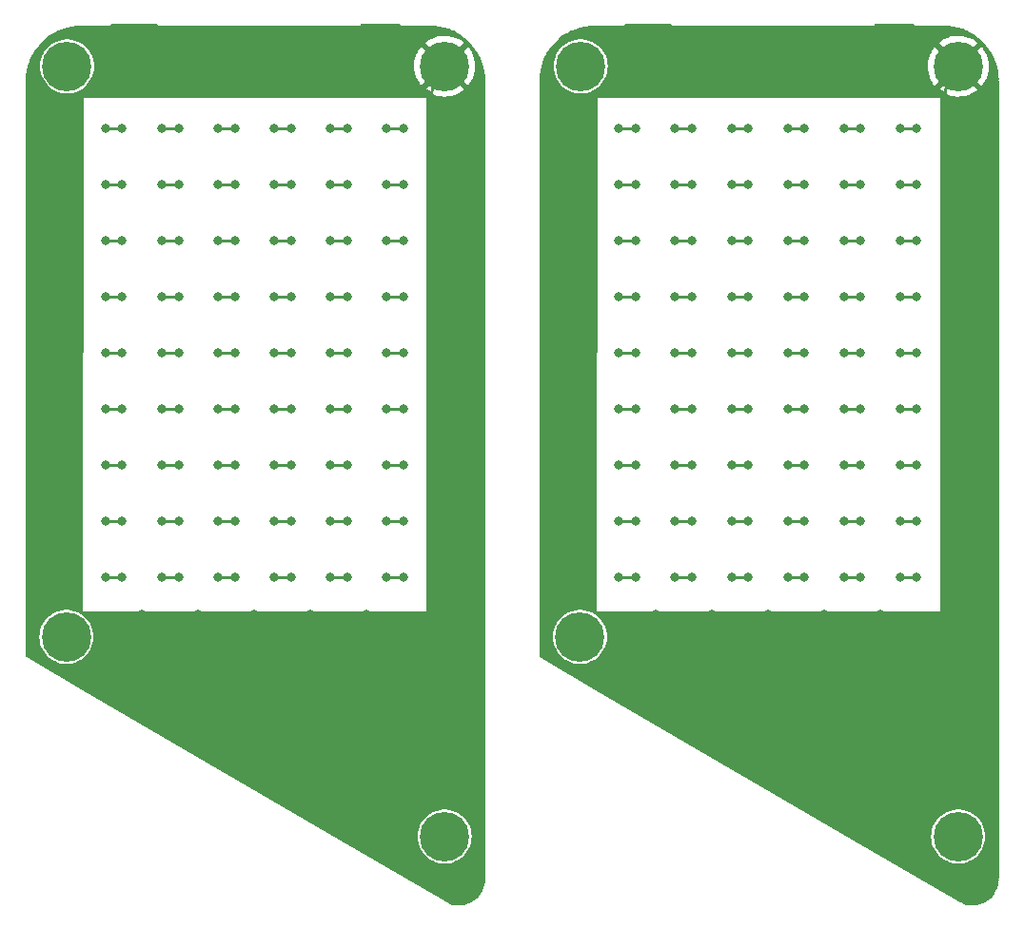
<source format=gtl>
%TF.GenerationSoftware,KiCad,Pcbnew,(6.0.5-0)*%
%TF.CreationDate,2022-06-25T23:29:46+09:00*%
%TF.ProjectId,MTCH6102_breakout,4d544348-3631-4303-925f-627265616b6f,rev?*%
%TF.SameCoordinates,Original*%
%TF.FileFunction,Copper,L1,Top*%
%TF.FilePolarity,Positive*%
%FSLAX46Y46*%
G04 Gerber Fmt 4.6, Leading zero omitted, Abs format (unit mm)*
G04 Created by KiCad (PCBNEW (6.0.5-0)) date 2022-06-25 23:29:46*
%MOMM*%
%LPD*%
G01*
G04 APERTURE LIST*
%TA.AperFunction,ComponentPad*%
%ADD10C,0.700000*%
%TD*%
%TA.AperFunction,ComponentPad*%
%ADD11C,4.400000*%
%TD*%
%TA.AperFunction,ViaPad*%
%ADD12C,0.800000*%
%TD*%
%TA.AperFunction,ViaPad*%
%ADD13C,0.600000*%
%TD*%
%TA.AperFunction,Conductor*%
%ADD14C,0.250000*%
%TD*%
G04 APERTURE END LIST*
D10*
X189738624Y-97254172D03*
X186921898Y-98420898D03*
X187405172Y-97254172D03*
X187405172Y-99587624D03*
D11*
X188571898Y-98420898D03*
D10*
X188571898Y-96770898D03*
X188571898Y-100070898D03*
X190221898Y-98420898D03*
X189738624Y-99587624D03*
X153750172Y-150387624D03*
X154916898Y-147570898D03*
X153266898Y-149220898D03*
X153750172Y-148054172D03*
X156083624Y-148054172D03*
X156566898Y-149220898D03*
X154916898Y-150870898D03*
D11*
X154916898Y-149220898D03*
D10*
X156083624Y-150387624D03*
X187405172Y-168167624D03*
X188571898Y-168650898D03*
X186921898Y-167000898D03*
X189738624Y-168167624D03*
X188571898Y-165350898D03*
D11*
X188571898Y-167000898D03*
D10*
X190221898Y-167000898D03*
X189738624Y-165834172D03*
X187405172Y-165834172D03*
X156147124Y-97254172D03*
X153813672Y-97254172D03*
X153330398Y-98420898D03*
X156630398Y-98420898D03*
X153813672Y-99587624D03*
X154980398Y-96770898D03*
D11*
X154980398Y-98420898D03*
D10*
X154980398Y-100070898D03*
X156147124Y-99587624D03*
X110457124Y-97254172D03*
X108123672Y-97254172D03*
X107640398Y-98420898D03*
X110940398Y-98420898D03*
X108123672Y-99587624D03*
X109290398Y-96770898D03*
D11*
X109290398Y-98420898D03*
D10*
X109290398Y-100070898D03*
X110457124Y-99587624D03*
X141715172Y-168167624D03*
X142881898Y-168650898D03*
X141231898Y-167000898D03*
X144048624Y-168167624D03*
X142881898Y-165350898D03*
D11*
X142881898Y-167000898D03*
D10*
X144531898Y-167000898D03*
X144048624Y-165834172D03*
X141715172Y-165834172D03*
X108060172Y-150387624D03*
X109226898Y-147570898D03*
X107576898Y-149220898D03*
X108060172Y-148054172D03*
X110393624Y-148054172D03*
X110876898Y-149220898D03*
X109226898Y-150870898D03*
D11*
X109226898Y-149220898D03*
D10*
X110393624Y-150387624D03*
X144048624Y-97254172D03*
X141231898Y-98420898D03*
X141715172Y-97254172D03*
X141715172Y-99587624D03*
D11*
X142881898Y-98420898D03*
D10*
X142881898Y-96770898D03*
X142881898Y-100070898D03*
X144531898Y-98420898D03*
X144048624Y-99587624D03*
D12*
X171650000Y-147215000D03*
X166650000Y-147215000D03*
X161650000Y-147215000D03*
X183387898Y-103952898D03*
X168387898Y-103952898D03*
X159887898Y-103952898D03*
X178387898Y-103952898D03*
X179887898Y-103952898D03*
X169887898Y-103952898D03*
X164887898Y-103952898D03*
X163387898Y-103952898D03*
X174887898Y-143952898D03*
X159887898Y-143952898D03*
X158387898Y-143952898D03*
X168387898Y-143952898D03*
X179887898Y-143952898D03*
X184887898Y-103952898D03*
X158387898Y-103952898D03*
X174887898Y-103952898D03*
X173387898Y-103952898D03*
X178387898Y-133952898D03*
X158387898Y-133952898D03*
X169887898Y-133952898D03*
X163387898Y-133952898D03*
X178387898Y-138952898D03*
X159887898Y-138952898D03*
X183387898Y-138952898D03*
X168387898Y-138952898D03*
X184887898Y-138952898D03*
X173387898Y-138952898D03*
X169887898Y-138952898D03*
X158387898Y-138952898D03*
X164887898Y-138952898D03*
X179887898Y-138952898D03*
X163387898Y-138952898D03*
X174887898Y-138952898D03*
X178387898Y-143952898D03*
X184887898Y-143952898D03*
X169887898Y-143952898D03*
X183387898Y-143952898D03*
X159887898Y-133952898D03*
X183387898Y-133952898D03*
X164887898Y-133952898D03*
X173387898Y-133952898D03*
X168387898Y-133952898D03*
X179887898Y-133952898D03*
X163387898Y-143952898D03*
X164887898Y-143952898D03*
X173387898Y-143952898D03*
X183387898Y-113952898D03*
X163387898Y-113952898D03*
X168387898Y-108952898D03*
X179887898Y-108952898D03*
X183387898Y-108952898D03*
X174887898Y-108952898D03*
X169887898Y-108952898D03*
X159887898Y-108952898D03*
X179887898Y-113952898D03*
X184887898Y-108952898D03*
X173387898Y-108952898D03*
X158387898Y-108952898D03*
X163387898Y-108952898D03*
X178387898Y-108952898D03*
X164887898Y-108952898D03*
X155864398Y-116452898D03*
X155864398Y-141452898D03*
X155864398Y-126452898D03*
X187387898Y-126452898D03*
X155864398Y-136452898D03*
X166664398Y-100452898D03*
X155864398Y-111452898D03*
X184887898Y-113952898D03*
X178387898Y-113952898D03*
X169887898Y-113952898D03*
X161664398Y-100452898D03*
X187387898Y-131452898D03*
X176664398Y-100452898D03*
D13*
X184287898Y-161302898D03*
D12*
X171664398Y-100452898D03*
X173387898Y-113952898D03*
X159887898Y-113952898D03*
X164887898Y-113952898D03*
X168387898Y-113952898D03*
X174887898Y-113952898D03*
X158387898Y-113952898D03*
X187387898Y-141452898D03*
X187387898Y-106452898D03*
X187387898Y-111452898D03*
X155864398Y-121452898D03*
X181664398Y-100452898D03*
X187387898Y-116452898D03*
X187387898Y-136452898D03*
X155864398Y-131452898D03*
X155864398Y-106452898D03*
X187387898Y-121452898D03*
X187400000Y-147215000D03*
X176650000Y-147215000D03*
X181650000Y-147215000D03*
X178387898Y-118952898D03*
X174887898Y-118952898D03*
X173387898Y-118952898D03*
X184887898Y-118952898D03*
X158387898Y-118952898D03*
X183387898Y-118952898D03*
X169887898Y-118952898D03*
X164887898Y-118952898D03*
X159887898Y-118952898D03*
X179887898Y-118952898D03*
X163387898Y-118952898D03*
X168387898Y-118952898D03*
X174887898Y-133952898D03*
X184887898Y-133952898D03*
X168387898Y-128952898D03*
X159887898Y-128952898D03*
X174887898Y-128952898D03*
X163387898Y-128952898D03*
X169887898Y-128952898D03*
X164887898Y-128952898D03*
X178387898Y-128952898D03*
X158387898Y-128952898D03*
X173387898Y-128952898D03*
X183387898Y-128952898D03*
X184887898Y-128952898D03*
X179887898Y-128952898D03*
X168387898Y-123952898D03*
X169887898Y-123952898D03*
X178387898Y-123952898D03*
X164887898Y-123952898D03*
X163387898Y-123952898D03*
X159887898Y-123952898D03*
X174887898Y-123952898D03*
X173387898Y-123952898D03*
X183387898Y-123952898D03*
X184887898Y-123952898D03*
X158387898Y-123952898D03*
X179887898Y-123952898D03*
D13*
X179987898Y-161302898D03*
D12*
X115960000Y-147215000D03*
X120960000Y-147215000D03*
X125960000Y-147215000D03*
X130960000Y-147215000D03*
X135960000Y-147215000D03*
X141710000Y-147215000D03*
D13*
X134297898Y-161302898D03*
D12*
X122697898Y-118952898D03*
X117697898Y-118952898D03*
X114197898Y-118952898D03*
X134197898Y-118952898D03*
X119197898Y-118952898D03*
X124197898Y-118952898D03*
X137697898Y-118952898D03*
X112697898Y-118952898D03*
X139197898Y-118952898D03*
X127697898Y-118952898D03*
X129197898Y-118952898D03*
X132697898Y-118952898D03*
X139197898Y-123952898D03*
X112697898Y-123952898D03*
X134197898Y-123952898D03*
X137697898Y-123952898D03*
X127697898Y-123952898D03*
X129197898Y-123952898D03*
X114197898Y-123952898D03*
X117697898Y-123952898D03*
X119197898Y-123952898D03*
X132697898Y-123952898D03*
X124197898Y-123952898D03*
X122697898Y-123952898D03*
X134197898Y-128952898D03*
X139197898Y-128952898D03*
X137697898Y-128952898D03*
X127697898Y-128952898D03*
X112697898Y-128952898D03*
X132697898Y-128952898D03*
X119197898Y-128952898D03*
X124197898Y-128952898D03*
X117697898Y-128952898D03*
X129197898Y-128952898D03*
X114197898Y-128952898D03*
X122697898Y-128952898D03*
X139197898Y-133952898D03*
X129197898Y-133952898D03*
X114197898Y-133952898D03*
X137697898Y-133952898D03*
X119197898Y-133952898D03*
X127697898Y-133952898D03*
X122697898Y-133952898D03*
X134197898Y-133952898D03*
X132697898Y-133952898D03*
X112697898Y-133952898D03*
X124197898Y-133952898D03*
X117697898Y-133952898D03*
X132697898Y-138952898D03*
X114197898Y-138952898D03*
X137697898Y-138952898D03*
X122697898Y-138952898D03*
X139197898Y-138952898D03*
X127697898Y-138952898D03*
X124197898Y-138952898D03*
X112697898Y-138952898D03*
X119197898Y-138952898D03*
X134197898Y-138952898D03*
X117697898Y-138952898D03*
X129197898Y-138952898D03*
X132697898Y-143952898D03*
X139197898Y-143952898D03*
X124197898Y-143952898D03*
X137697898Y-143952898D03*
X117697898Y-143952898D03*
X119197898Y-143952898D03*
X127697898Y-143952898D03*
X112697898Y-143952898D03*
X122697898Y-143952898D03*
X129197898Y-143952898D03*
X114197898Y-143952898D03*
X134197898Y-143952898D03*
X139197898Y-103952898D03*
X137697898Y-103952898D03*
X122697898Y-103952898D03*
X114197898Y-103952898D03*
X132697898Y-103952898D03*
X134197898Y-103952898D03*
X124197898Y-103952898D03*
X119197898Y-103952898D03*
X117697898Y-103952898D03*
X112697898Y-103952898D03*
X129197898Y-103952898D03*
X127697898Y-103952898D03*
X119197898Y-108952898D03*
X132697898Y-108952898D03*
X117697898Y-108952898D03*
X112697898Y-108952898D03*
X139197898Y-108952898D03*
X114197898Y-108952898D03*
X124197898Y-108952898D03*
X129197898Y-108952898D03*
X137697898Y-108952898D03*
X134197898Y-108952898D03*
X127697898Y-108952898D03*
X122697898Y-108952898D03*
X117697898Y-113952898D03*
X137697898Y-113952898D03*
X134197898Y-113952898D03*
X119197898Y-113952898D03*
X122697898Y-113952898D03*
X127697898Y-113952898D03*
X114197898Y-113952898D03*
X129197898Y-113952898D03*
X112697898Y-113952898D03*
X139197898Y-113952898D03*
X132697898Y-113952898D03*
X124197898Y-113952898D03*
X115974398Y-100452898D03*
X141697898Y-131452898D03*
X130974398Y-100452898D03*
D13*
X138597898Y-161302898D03*
D12*
X125974398Y-100452898D03*
X141697898Y-141452898D03*
X141697898Y-111452898D03*
X141697898Y-106452898D03*
X110174398Y-121452898D03*
X141697898Y-116452898D03*
X135974398Y-100452898D03*
X141697898Y-136452898D03*
X110174398Y-131452898D03*
X141697898Y-121452898D03*
X110174398Y-106452898D03*
X110174398Y-136452898D03*
X141697898Y-126452898D03*
X120974398Y-100452898D03*
X110174398Y-111452898D03*
X110174398Y-116452898D03*
X110174398Y-141452898D03*
X110174398Y-126452898D03*
D14*
X110174398Y-141452898D02*
X110174398Y-106452898D01*
X155864398Y-141452898D02*
X155864398Y-106452898D01*
X157787900Y-149302901D02*
G75*
G02*
X159875799Y-147215000I2087900J1D01*
G01*
X159875799Y-147215000D02*
X161650000Y-147215000D01*
X187400000Y-146132114D02*
X187400000Y-147215000D01*
X187399995Y-146132114D02*
G75*
G03*
X187387898Y-146102898I-41295J14D01*
G01*
X183387898Y-113952898D02*
X184887898Y-113952898D01*
X168387898Y-113952898D02*
X169887898Y-113952898D01*
X163387898Y-113952898D02*
X164887898Y-113952898D01*
X178387898Y-113952898D02*
X179887898Y-113952898D01*
X158387898Y-113952898D02*
X159887898Y-113952898D01*
X173387898Y-113952898D02*
X174887898Y-113952898D01*
X187387898Y-141452898D02*
X187387898Y-146102898D01*
X155864398Y-145426398D02*
X155864398Y-141452898D01*
X187036287Y-99956509D02*
X188571898Y-98420898D01*
X154987898Y-95502898D02*
X155037898Y-95502898D01*
X159887898Y-100452898D02*
X161664398Y-100452898D01*
X155864398Y-106452898D02*
X155864398Y-102179398D01*
X181664398Y-100452898D02*
X182587898Y-100452898D01*
X187387898Y-101452898D02*
X187387898Y-101279326D01*
X187387898Y-101452898D02*
X187387898Y-101252898D01*
X157837898Y-98302898D02*
X157837898Y-98402898D01*
X186587898Y-100452898D02*
X185837898Y-100452898D01*
X185837898Y-100452898D02*
X182587898Y-100452898D01*
X187387898Y-101452898D02*
X187387898Y-141452898D01*
X181664398Y-100452898D02*
X161664398Y-100452898D01*
X152137898Y-149352898D02*
X152137898Y-149152894D01*
X157837902Y-98302898D02*
G75*
G03*
X155037898Y-95502898I-2800002J-2D01*
G01*
X152137902Y-149352898D02*
G75*
G03*
X154937898Y-152152898I2799998J-2D01*
G01*
X155864398Y-145426398D02*
G75*
G02*
X154887898Y-146402898I-976498J-2D01*
G01*
X186587898Y-100452902D02*
G75*
G02*
X187387898Y-101252898I2J-799998D01*
G01*
X154887898Y-146402898D02*
G75*
G03*
X152137898Y-149152894I2J-2750002D01*
G01*
X159887898Y-100452902D02*
G75*
G02*
X157837898Y-98402898I2J2050002D01*
G01*
X154987898Y-101302902D02*
G75*
G02*
X155864398Y-102179398I2J-876498D01*
G01*
X187036292Y-99956514D02*
G75*
G02*
X185837898Y-100452898I-1198392J1198414D01*
G01*
X154987898Y-95502898D02*
G75*
G03*
X152087898Y-98402898I2J-2900002D01*
G01*
X152087902Y-98402898D02*
G75*
G03*
X154987898Y-101302898I2899998J-2D01*
G01*
X188571890Y-98420890D02*
G75*
G03*
X187387898Y-101279326I2858410J-2858410D01*
G01*
X154937898Y-152152898D02*
G75*
G03*
X157787898Y-149302901I2J2849998D01*
G01*
X178387898Y-133952898D02*
X179887898Y-133952898D01*
X173387898Y-133952898D02*
X174887898Y-133952898D01*
X163387898Y-133952898D02*
X164887898Y-133952898D01*
X183387898Y-133952898D02*
X184887898Y-133952898D01*
X158387898Y-133952898D02*
X159887898Y-133952898D01*
X168387898Y-133952898D02*
X169887898Y-133952898D01*
X173387898Y-128952898D02*
X174887898Y-128952898D01*
X183387898Y-128952898D02*
X184887898Y-128952898D01*
X178387898Y-128952898D02*
X179887898Y-128952898D01*
X168387898Y-128952898D02*
X169887898Y-128952898D01*
X158387898Y-128952898D02*
X159887898Y-128952898D01*
X163387898Y-128952898D02*
X164887898Y-128952898D01*
X178387898Y-123952898D02*
X179887898Y-123952898D01*
X168387898Y-123952898D02*
X169887898Y-123952898D01*
X173387898Y-123952898D02*
X174887898Y-123952898D01*
X163387898Y-123952898D02*
X164887898Y-123952898D01*
X158387898Y-123952898D02*
X159887898Y-123952898D01*
X183387898Y-123952898D02*
X184887898Y-123952898D01*
X178387898Y-118952898D02*
X179887898Y-118952898D01*
X173387898Y-118952898D02*
X174887898Y-118952898D01*
X163387898Y-118952898D02*
X164887898Y-118952898D01*
X158387898Y-118952898D02*
X159887898Y-118952898D01*
X168387898Y-118952898D02*
X169887898Y-118952898D01*
X183387898Y-118952898D02*
X184887898Y-118952898D01*
X163387898Y-108952898D02*
X164887898Y-108952898D01*
X161650000Y-147215000D02*
X187400000Y-147215000D01*
X178387898Y-138952898D02*
X179887898Y-138952898D01*
X163387898Y-138952898D02*
X164887898Y-138952898D01*
X183387898Y-138952898D02*
X184887898Y-138952898D01*
X168387898Y-138952898D02*
X169887898Y-138952898D01*
X173387898Y-138952898D02*
X174887898Y-138952898D01*
X158387898Y-138952898D02*
X159887898Y-138952898D01*
X173387898Y-143952898D02*
X174887898Y-143952898D01*
X183387898Y-143952898D02*
X184887898Y-143952898D01*
X163387898Y-143952898D02*
X164887898Y-143952898D01*
X178387898Y-143952898D02*
X179887898Y-143952898D01*
X168387898Y-143952898D02*
X169887898Y-143952898D01*
X158387898Y-143952898D02*
X159887898Y-143952898D01*
X163387898Y-103952898D02*
X164887898Y-103952898D01*
X158387898Y-103952898D02*
X159887898Y-103952898D01*
X183387898Y-103952898D02*
X184887898Y-103952898D01*
X178387898Y-103952898D02*
X179887898Y-103952898D01*
X173387898Y-103952898D02*
X174887898Y-103952898D01*
X168387898Y-103952898D02*
X169887898Y-103952898D01*
X158387898Y-108952898D02*
X159887898Y-108952898D01*
X173387898Y-108952898D02*
X174887898Y-108952898D01*
X183387898Y-108952898D02*
X184887898Y-108952898D01*
X168387898Y-108952898D02*
X169887898Y-108952898D01*
X178387898Y-108952898D02*
X179887898Y-108952898D01*
X115960000Y-147215000D02*
X141710000Y-147215000D01*
X114185799Y-147214998D02*
G75*
G03*
X112097898Y-149302901I1J-2087902D01*
G01*
X114185799Y-147215000D02*
X115960000Y-147215000D01*
X141709995Y-146132114D02*
G75*
G03*
X141697898Y-146102898I-41295J14D01*
G01*
X141710000Y-146132114D02*
X141710000Y-147215000D01*
X137697898Y-118952898D02*
X139197898Y-118952898D01*
X122697898Y-118952898D02*
X124197898Y-118952898D01*
X112697898Y-118952898D02*
X114197898Y-118952898D01*
X117697898Y-118952898D02*
X119197898Y-118952898D01*
X127697898Y-118952898D02*
X129197898Y-118952898D01*
X132697898Y-118952898D02*
X134197898Y-118952898D01*
X137697898Y-123952898D02*
X139197898Y-123952898D01*
X112697898Y-123952898D02*
X114197898Y-123952898D01*
X117697898Y-123952898D02*
X119197898Y-123952898D01*
X127697898Y-123952898D02*
X129197898Y-123952898D01*
X122697898Y-123952898D02*
X124197898Y-123952898D01*
X132697898Y-123952898D02*
X134197898Y-123952898D01*
X117697898Y-128952898D02*
X119197898Y-128952898D01*
X112697898Y-128952898D02*
X114197898Y-128952898D01*
X122697898Y-128952898D02*
X124197898Y-128952898D01*
X132697898Y-128952898D02*
X134197898Y-128952898D01*
X137697898Y-128952898D02*
X139197898Y-128952898D01*
X127697898Y-128952898D02*
X129197898Y-128952898D01*
X122697898Y-133952898D02*
X124197898Y-133952898D01*
X112697898Y-133952898D02*
X114197898Y-133952898D01*
X137697898Y-133952898D02*
X139197898Y-133952898D01*
X117697898Y-133952898D02*
X119197898Y-133952898D01*
X127697898Y-133952898D02*
X129197898Y-133952898D01*
X132697898Y-133952898D02*
X134197898Y-133952898D01*
X132697898Y-138952898D02*
X134197898Y-138952898D01*
X117697898Y-138952898D02*
X119197898Y-138952898D01*
X127697898Y-138952898D02*
X129197898Y-138952898D01*
X137697898Y-138952898D02*
X139197898Y-138952898D01*
X122697898Y-138952898D02*
X124197898Y-138952898D01*
X112697898Y-138952898D02*
X114197898Y-138952898D01*
X127697898Y-143952898D02*
X129197898Y-143952898D01*
X132697898Y-143952898D02*
X134197898Y-143952898D01*
X137697898Y-143952898D02*
X139197898Y-143952898D01*
X117697898Y-143952898D02*
X119197898Y-143952898D01*
X112697898Y-143952898D02*
X114197898Y-143952898D01*
X122697898Y-143952898D02*
X124197898Y-143952898D01*
X132697898Y-103952898D02*
X134197898Y-103952898D01*
X137697898Y-103952898D02*
X139197898Y-103952898D01*
X117697898Y-103952898D02*
X119197898Y-103952898D01*
X112697898Y-103952898D02*
X114197898Y-103952898D01*
X122697898Y-103952898D02*
X124197898Y-103952898D01*
X127697898Y-103952898D02*
X129197898Y-103952898D01*
X132697898Y-108952898D02*
X134197898Y-108952898D01*
X112697898Y-108952898D02*
X114197898Y-108952898D01*
X127697898Y-108952898D02*
X129197898Y-108952898D01*
X122697898Y-108952898D02*
X124197898Y-108952898D01*
X137697898Y-108952898D02*
X139197898Y-108952898D01*
X117697898Y-108952898D02*
X119197898Y-108952898D01*
X127697898Y-113952898D02*
X129197898Y-113952898D01*
X132697898Y-113952898D02*
X134197898Y-113952898D01*
X112697898Y-113952898D02*
X114197898Y-113952898D01*
X117697898Y-113952898D02*
X119197898Y-113952898D01*
X137697898Y-113952898D02*
X139197898Y-113952898D01*
X122697898Y-113952898D02*
X124197898Y-113952898D01*
X141697898Y-141452898D02*
X141697898Y-146102898D01*
X110174398Y-145426398D02*
X110174398Y-141452898D01*
X141346287Y-99956509D02*
X142881898Y-98420898D01*
X109297898Y-95502898D02*
X109347898Y-95502898D01*
X114197898Y-100452898D02*
X115974398Y-100452898D01*
X110174398Y-106452898D02*
X110174398Y-102179398D01*
X135974398Y-100452898D02*
X136897898Y-100452898D01*
X141697898Y-101452898D02*
X141697898Y-101279326D01*
X141697898Y-101452898D02*
X141697898Y-101252898D01*
X112147898Y-98302898D02*
X112147898Y-98402898D01*
X140897898Y-100452898D02*
X140147898Y-100452898D01*
X140147898Y-100452898D02*
X136897898Y-100452898D01*
X141697898Y-101452898D02*
X141697898Y-141452898D01*
X135974398Y-100452898D02*
X115974398Y-100452898D01*
X112097898Y-149252898D02*
X112097898Y-149302901D01*
X106447898Y-149352898D02*
X106447898Y-149152894D01*
X112147902Y-98302898D02*
G75*
G03*
X109347898Y-95502898I-2800002J-2D01*
G01*
X106447902Y-149352898D02*
G75*
G03*
X109247898Y-152152898I2799998J-2D01*
G01*
X110174398Y-145426398D02*
G75*
G02*
X109197898Y-146402898I-976498J-2D01*
G01*
X140897898Y-100452902D02*
G75*
G02*
X141697898Y-101252898I2J-799998D01*
G01*
X109197898Y-146402898D02*
G75*
G03*
X106447898Y-149152894I2J-2750002D01*
G01*
X114197898Y-100452902D02*
G75*
G02*
X112147898Y-98402898I2J2050002D01*
G01*
X109297898Y-101302902D02*
G75*
G02*
X110174398Y-102179398I2J-876498D01*
G01*
X141346292Y-99956514D02*
G75*
G02*
X140147898Y-100452898I-1198392J1198414D01*
G01*
X109297898Y-95502898D02*
G75*
G03*
X106397898Y-98402898I2J-2900002D01*
G01*
X106397902Y-98402898D02*
G75*
G03*
X109297898Y-101302898I2899998J-2D01*
G01*
X142881890Y-98420890D02*
G75*
G03*
X141697898Y-101279326I2858410J-2858410D01*
G01*
X109247898Y-152152898D02*
G75*
G03*
X112097898Y-149302901I2J2849998D01*
G01*
X109873181Y-150781187D02*
G75*
G02*
X109226898Y-149220898I1560319J1560287D01*
G01*
%TA.AperFunction,Conductor*%
G36*
X141600067Y-94813916D02*
G01*
X141611539Y-94816554D01*
X141622412Y-94814094D01*
X141629346Y-94814106D01*
X141643937Y-94812797D01*
X141693453Y-94814959D01*
X142032859Y-94829778D01*
X142041463Y-94830531D01*
X142454931Y-94884964D01*
X142463437Y-94886464D01*
X142870584Y-94976727D01*
X142878926Y-94978962D01*
X143276671Y-95104370D01*
X143284773Y-95107318D01*
X143569893Y-95225419D01*
X143670074Y-95266916D01*
X143677901Y-95270566D01*
X144047820Y-95463133D01*
X144055280Y-95467439D01*
X144407038Y-95691534D01*
X144414090Y-95696472D01*
X144649656Y-95877228D01*
X144744956Y-95950354D01*
X144751560Y-95955895D01*
X145059049Y-96237657D01*
X145065148Y-96243757D01*
X145346891Y-96551225D01*
X145352443Y-96557841D01*
X145606318Y-96888697D01*
X145611271Y-96895770D01*
X145835359Y-97247516D01*
X145839665Y-97254976D01*
X145945988Y-97459220D01*
X146032233Y-97624896D01*
X146035883Y-97632723D01*
X146187499Y-97998755D01*
X146195477Y-98018016D01*
X146198429Y-98026125D01*
X146323839Y-98423873D01*
X146326072Y-98432208D01*
X146416338Y-98839370D01*
X146417835Y-98847862D01*
X146472269Y-99261333D01*
X146473022Y-99269937D01*
X146489979Y-99658324D01*
X146488754Y-99671721D01*
X146488740Y-99679675D01*
X146486242Y-99690539D01*
X146488702Y-99701411D01*
X146488957Y-99702536D01*
X146491398Y-99724386D01*
X146491398Y-147452898D01*
X141274398Y-147452898D01*
X141274398Y-100603352D01*
X141308006Y-100630422D01*
X141312870Y-100633879D01*
X141584866Y-100803511D01*
X141590091Y-100806347D01*
X141880491Y-100942072D01*
X141886030Y-100944265D01*
X142190622Y-101044115D01*
X142196395Y-101045630D01*
X142510790Y-101108167D01*
X142516675Y-101108973D01*
X142836311Y-101133287D01*
X142842266Y-101133380D01*
X143162501Y-101119119D01*
X143168421Y-101118496D01*
X143484622Y-101065866D01*
X143490427Y-101064536D01*
X143798007Y-100974302D01*
X143803626Y-100972279D01*
X144098127Y-100845752D01*
X144103462Y-100843069D01*
X144380643Y-100682070D01*
X144385601Y-100678776D01*
X144598148Y-100518319D01*
X144605788Y-100507387D01*
X144605759Y-100505800D01*
X144602702Y-100500913D01*
X142592692Y-98490902D01*
X142564915Y-98436385D01*
X142567242Y-98421695D01*
X143246140Y-98421695D01*
X143246936Y-98426726D01*
X144956909Y-100136698D01*
X144968792Y-100142752D01*
X144971321Y-100142352D01*
X144974523Y-100139766D01*
X145083157Y-100006329D01*
X145086631Y-100001495D01*
X145257685Y-99730390D01*
X145260551Y-99725177D01*
X145397792Y-99435494D01*
X145400016Y-99429961D01*
X145501462Y-99125890D01*
X145503003Y-99120141D01*
X145567186Y-98806080D01*
X145568025Y-98800183D01*
X145594111Y-98479465D01*
X145594271Y-98475966D01*
X145594830Y-98422625D01*
X145594744Y-98419174D01*
X145575378Y-98097939D01*
X145574664Y-98092045D01*
X145517073Y-97776705D01*
X145515653Y-97770922D01*
X145420594Y-97464781D01*
X145418492Y-97459220D01*
X145287348Y-97166729D01*
X145284581Y-97161437D01*
X145119250Y-96886822D01*
X145115874Y-96881910D01*
X144978391Y-96705624D01*
X144967340Y-96698156D01*
X144965335Y-96698224D01*
X144961067Y-96700940D01*
X143252194Y-98409812D01*
X143246140Y-98421695D01*
X142567242Y-98421695D01*
X142574486Y-98375953D01*
X142592692Y-98350894D01*
X142881898Y-98061688D01*
X144598183Y-96345402D01*
X144604237Y-96333519D01*
X144603902Y-96331402D01*
X144600840Y-96327671D01*
X144432560Y-96195009D01*
X144427671Y-96191611D01*
X144153912Y-96024836D01*
X144148654Y-96022052D01*
X143856851Y-95889377D01*
X143851283Y-95887240D01*
X143545658Y-95790584D01*
X143539883Y-95789133D01*
X143224852Y-95729891D01*
X143218943Y-95729145D01*
X142899086Y-95708181D01*
X142893115Y-95708149D01*
X142573055Y-95725763D01*
X142567148Y-95726447D01*
X142251514Y-95782386D01*
X142245710Y-95783779D01*
X141939098Y-95877228D01*
X141933508Y-95879306D01*
X141640337Y-96008916D01*
X141635037Y-96011652D01*
X141359564Y-96175541D01*
X141354629Y-96178895D01*
X141274398Y-96240793D01*
X141274398Y-94811398D01*
X141577881Y-94811398D01*
X141600067Y-94813916D01*
G37*
%TD.AperFunction*%
%TA.AperFunction,Conductor*%
G36*
X142215494Y-98824835D02*
G01*
X142240553Y-98843041D01*
X142459755Y-99062243D01*
X142487532Y-99116760D01*
X142477961Y-99177192D01*
X142459755Y-99202251D01*
X141329799Y-100332207D01*
X141275282Y-100359984D01*
X141274398Y-100359844D01*
X141274398Y-99669188D01*
X142100545Y-98843041D01*
X142155062Y-98815264D01*
X142215494Y-98824835D01*
G37*
%TD.AperFunction*%
%TA.AperFunction,Conductor*%
G36*
X141304740Y-96491383D02*
G01*
X141329799Y-96509589D01*
X142459755Y-97639545D01*
X142487532Y-97694062D01*
X142477961Y-97754494D01*
X142459755Y-97779553D01*
X142240553Y-97998755D01*
X142186036Y-98026532D01*
X142125604Y-98016961D01*
X142100545Y-97998755D01*
X141274398Y-97172608D01*
X141274398Y-96486578D01*
X141304740Y-96491383D01*
G37*
%TD.AperFunction*%
%TA.AperFunction,Conductor*%
G36*
X117248483Y-94633907D02*
G01*
X117279516Y-94671104D01*
X117279691Y-94671468D01*
X117286987Y-94692345D01*
X117289688Y-94704185D01*
X117296635Y-94712903D01*
X117297091Y-94713475D01*
X117308909Y-94732314D01*
X117314052Y-94743024D01*
X117323539Y-94750611D01*
X117339123Y-94766222D01*
X117346695Y-94775724D01*
X117357392Y-94780883D01*
X117376214Y-94792736D01*
X117385492Y-94800156D01*
X117397327Y-94802877D01*
X117418151Y-94810190D01*
X117419048Y-94810623D01*
X117419049Y-94810623D01*
X117429087Y-94815465D01*
X117440232Y-94815475D01*
X117440233Y-94815475D01*
X117452155Y-94815485D01*
X117452153Y-94817230D01*
X117452219Y-94817224D01*
X117452219Y-94815500D01*
X117469108Y-94815500D01*
X117520274Y-94815545D01*
X117520563Y-94815545D01*
X117520651Y-94815503D01*
X117520675Y-94815500D01*
X135249108Y-94815500D01*
X135300563Y-94815545D01*
X135311512Y-94810288D01*
X135332345Y-94803013D01*
X135344185Y-94800312D01*
X135353475Y-94792909D01*
X135372314Y-94781091D01*
X135383024Y-94775948D01*
X135390611Y-94766461D01*
X135406222Y-94750877D01*
X135415724Y-94743305D01*
X135420883Y-94732608D01*
X135432736Y-94713786D01*
X135440156Y-94704508D01*
X135442877Y-94692673D01*
X135450197Y-94671834D01*
X135450612Y-94670974D01*
X135492931Y-94626784D01*
X135539774Y-94615000D01*
X138788287Y-94615000D01*
X138846478Y-94633907D01*
X138882442Y-94683407D01*
X138884001Y-94689040D01*
X138884248Y-94689552D01*
X138886748Y-94700418D01*
X138893998Y-94709482D01*
X138905926Y-94728459D01*
X138910950Y-94738922D01*
X138919656Y-94745884D01*
X138919657Y-94745886D01*
X138920649Y-94746679D01*
X138936127Y-94762156D01*
X138936921Y-94763148D01*
X138936922Y-94763149D01*
X138943885Y-94771854D01*
X138953933Y-94776679D01*
X138953935Y-94776680D01*
X138954347Y-94776878D01*
X138973324Y-94788805D01*
X138973679Y-94789089D01*
X138973682Y-94789090D01*
X138982390Y-94796054D01*
X138994495Y-94798837D01*
X139015154Y-94806071D01*
X139026348Y-94811446D01*
X139037495Y-94811436D01*
X139037497Y-94811436D01*
X139077404Y-94811398D01*
X141274398Y-94811398D01*
X141274398Y-96240793D01*
X141166352Y-96324150D01*
X141158827Y-96335161D01*
X141158880Y-96337027D01*
X141161711Y-96341500D01*
X141274398Y-96454187D01*
X141274398Y-97172609D01*
X140806617Y-96704828D01*
X140794734Y-96698774D01*
X140792480Y-96699131D01*
X140788924Y-96702034D01*
X140664159Y-96858604D01*
X140660734Y-96863477D01*
X140492530Y-97136353D01*
X140489716Y-97141602D01*
X140355518Y-97432701D01*
X140353349Y-97438263D01*
X140255094Y-97743378D01*
X140253615Y-97749135D01*
X140192722Y-98063871D01*
X140191948Y-98069751D01*
X140169308Y-98389512D01*
X140169245Y-98395468D01*
X140185184Y-98715623D01*
X140185838Y-98721546D01*
X140240122Y-99037465D01*
X140241481Y-99043258D01*
X140333328Y-99350374D01*
X140335374Y-99355965D01*
X140463446Y-99649808D01*
X140466156Y-99655128D01*
X140628607Y-99931467D01*
X140631923Y-99936400D01*
X140784839Y-100136768D01*
X140795811Y-100144351D01*
X140797539Y-100144311D01*
X140802217Y-100141368D01*
X141274398Y-99669187D01*
X141274398Y-100387609D01*
X141165990Y-100496017D01*
X141159936Y-100507900D01*
X141160314Y-100510292D01*
X141163058Y-100513671D01*
X141274398Y-100603352D01*
X141274398Y-101215000D01*
X141266167Y-101215009D01*
X134835038Y-101222180D01*
X105617398Y-101254755D01*
X105617398Y-99724830D01*
X105619904Y-99702696D01*
X105620061Y-99702011D01*
X105622554Y-99691144D01*
X105620087Y-99680269D01*
X105620095Y-99673322D01*
X105618780Y-99658751D01*
X105633978Y-99306328D01*
X105635533Y-99270271D01*
X105636280Y-99261672D01*
X105690449Y-98848611D01*
X105691946Y-98840102D01*
X105781915Y-98433365D01*
X105784147Y-98425019D01*
X105785444Y-98420898D01*
X106885152Y-98420898D01*
X106904118Y-98722355D01*
X106960717Y-99019058D01*
X106961673Y-99022000D01*
X106961675Y-99022008D01*
X106968580Y-99043258D01*
X107054057Y-99306328D01*
X107182665Y-99579634D01*
X107344513Y-99834666D01*
X107537049Y-100067402D01*
X107757236Y-100274172D01*
X108001603Y-100451714D01*
X108004330Y-100453213D01*
X108263572Y-100595734D01*
X108263578Y-100595737D01*
X108266294Y-100597230D01*
X108311663Y-100615193D01*
X108544246Y-100707279D01*
X108544249Y-100707280D01*
X108547136Y-100708423D01*
X108550139Y-100709194D01*
X108550145Y-100709196D01*
X108836693Y-100782768D01*
X108839700Y-100783540D01*
X108842781Y-100783929D01*
X108842785Y-100783930D01*
X108942301Y-100796502D01*
X109139371Y-100821398D01*
X109441425Y-100821398D01*
X109638495Y-100796502D01*
X109738011Y-100783930D01*
X109738015Y-100783929D01*
X109741096Y-100783540D01*
X109744103Y-100782768D01*
X110030651Y-100709196D01*
X110030657Y-100709194D01*
X110033660Y-100708423D01*
X110036547Y-100707280D01*
X110036550Y-100707279D01*
X110269133Y-100615193D01*
X110314502Y-100597230D01*
X110317218Y-100595737D01*
X110317224Y-100595734D01*
X110576466Y-100453213D01*
X110579193Y-100451714D01*
X110823560Y-100274172D01*
X111043747Y-100067402D01*
X111236283Y-99834666D01*
X111398131Y-99579634D01*
X111526739Y-99306328D01*
X111612216Y-99043258D01*
X111619121Y-99022008D01*
X111619123Y-99022000D01*
X111620079Y-99019058D01*
X111676678Y-98722355D01*
X111695644Y-98420898D01*
X111676678Y-98119441D01*
X111620079Y-97822738D01*
X111619123Y-97819796D01*
X111619121Y-97819788D01*
X111527701Y-97538429D01*
X111526739Y-97535468D01*
X111398131Y-97262162D01*
X111392539Y-97253351D01*
X111237954Y-97009763D01*
X111237954Y-97009762D01*
X111236283Y-97007130D01*
X111043747Y-96774394D01*
X110823560Y-96567624D01*
X110579193Y-96390082D01*
X110459264Y-96324150D01*
X110317224Y-96246062D01*
X110317218Y-96246059D01*
X110314502Y-96244566D01*
X110269133Y-96226603D01*
X110036550Y-96134517D01*
X110036547Y-96134516D01*
X110033660Y-96133373D01*
X110030657Y-96132602D01*
X110030651Y-96132600D01*
X109744103Y-96059028D01*
X109744102Y-96059028D01*
X109741096Y-96058256D01*
X109738015Y-96057867D01*
X109738011Y-96057866D01*
X109638495Y-96045294D01*
X109441425Y-96020398D01*
X109139371Y-96020398D01*
X108942301Y-96045294D01*
X108842785Y-96057866D01*
X108842781Y-96057867D01*
X108839700Y-96058256D01*
X108836694Y-96059028D01*
X108836693Y-96059028D01*
X108550145Y-96132600D01*
X108550139Y-96132602D01*
X108547136Y-96133373D01*
X108544249Y-96134516D01*
X108544246Y-96134517D01*
X108311663Y-96226603D01*
X108266294Y-96244566D01*
X108263578Y-96246059D01*
X108263572Y-96246062D01*
X108121532Y-96324150D01*
X108001603Y-96390082D01*
X107757236Y-96567624D01*
X107537049Y-96774394D01*
X107344513Y-97007130D01*
X107342842Y-97009762D01*
X107342842Y-97009763D01*
X107188257Y-97253351D01*
X107182665Y-97262162D01*
X107054057Y-97535468D01*
X107053095Y-97538429D01*
X106961675Y-97819788D01*
X106961673Y-97819796D01*
X106960717Y-97822738D01*
X106904118Y-98119441D01*
X106885152Y-98420898D01*
X105785444Y-98420898D01*
X105871519Y-98147477D01*
X105909238Y-98027662D01*
X105912188Y-98019545D01*
X106071451Y-97634603D01*
X106075099Y-97626772D01*
X106233613Y-97321983D01*
X106267316Y-97257179D01*
X106271622Y-97249714D01*
X106495345Y-96898267D01*
X106500286Y-96891206D01*
X106753778Y-96560630D01*
X106759329Y-96554010D01*
X107040682Y-96246787D01*
X107046790Y-96240676D01*
X107353850Y-95959160D01*
X107360467Y-95953605D01*
X107690904Y-95699931D01*
X107697980Y-95694974D01*
X108049277Y-95471075D01*
X108056758Y-95466754D01*
X108209666Y-95387122D01*
X108426239Y-95274335D01*
X108434060Y-95270686D01*
X108818915Y-95111212D01*
X108827033Y-95108256D01*
X109224320Y-94982945D01*
X109232665Y-94980708D01*
X109639381Y-94890509D01*
X109647878Y-94889011D01*
X109776960Y-94872011D01*
X110060882Y-94834619D01*
X110069488Y-94833865D01*
X110457431Y-94816921D01*
X110470809Y-94818144D01*
X110478776Y-94818158D01*
X110489641Y-94820656D01*
X110501641Y-94817941D01*
X110523488Y-94815500D01*
X113024108Y-94815500D01*
X113075563Y-94815545D01*
X113086512Y-94810288D01*
X113107345Y-94803013D01*
X113119185Y-94800312D01*
X113128475Y-94792909D01*
X113147314Y-94781091D01*
X113158024Y-94775948D01*
X113165611Y-94766461D01*
X113181222Y-94750877D01*
X113190724Y-94743305D01*
X113195883Y-94732608D01*
X113207736Y-94713786D01*
X113215156Y-94704508D01*
X113217877Y-94692673D01*
X113225197Y-94671834D01*
X113225612Y-94670974D01*
X113267931Y-94626784D01*
X113314774Y-94615000D01*
X117190292Y-94615000D01*
X117248483Y-94633907D01*
G37*
%TD.AperFunction*%
%TA.AperFunction,Conductor*%
G36*
X110774292Y-101249006D02*
G01*
X110687993Y-146952898D01*
X110687310Y-147314767D01*
X110518215Y-147191914D01*
X110518211Y-147191912D01*
X110515693Y-147190082D01*
X110434912Y-147145672D01*
X110253724Y-147046062D01*
X110253718Y-147046059D01*
X110251002Y-147044566D01*
X110019475Y-146952898D01*
X109973050Y-146934517D01*
X109973047Y-146934516D01*
X109970160Y-146933373D01*
X109967157Y-146932602D01*
X109967151Y-146932600D01*
X109680603Y-146859028D01*
X109680602Y-146859028D01*
X109677596Y-146858256D01*
X109674515Y-146857867D01*
X109674511Y-146857866D01*
X109574995Y-146845294D01*
X109377925Y-146820398D01*
X109075871Y-146820398D01*
X108878801Y-146845294D01*
X108779285Y-146857866D01*
X108779281Y-146857867D01*
X108776200Y-146858256D01*
X108773194Y-146859028D01*
X108773193Y-146859028D01*
X108486645Y-146932600D01*
X108486639Y-146932602D01*
X108483636Y-146933373D01*
X108480749Y-146934516D01*
X108480746Y-146934517D01*
X108434321Y-146952898D01*
X108202794Y-147044566D01*
X108200078Y-147046059D01*
X108200072Y-147046062D01*
X108018884Y-147145672D01*
X107938103Y-147190082D01*
X107693736Y-147367624D01*
X107473549Y-147574394D01*
X107281013Y-147807130D01*
X107119165Y-148062162D01*
X106990557Y-148335468D01*
X106989595Y-148338429D01*
X106898175Y-148619788D01*
X106898173Y-148619796D01*
X106897217Y-148622738D01*
X106840618Y-148919441D01*
X106821652Y-149220898D01*
X106840618Y-149522355D01*
X106897217Y-149819058D01*
X106898173Y-149822000D01*
X106898175Y-149822008D01*
X106975961Y-150061407D01*
X106990557Y-150106328D01*
X107119165Y-150379634D01*
X107281013Y-150634666D01*
X107473549Y-150867402D01*
X107693736Y-151074172D01*
X107938103Y-151251714D01*
X108001600Y-151286622D01*
X108200072Y-151395734D01*
X108200078Y-151395737D01*
X108202794Y-151397230D01*
X108205682Y-151398373D01*
X108205681Y-151398373D01*
X108480746Y-151507279D01*
X108480749Y-151507280D01*
X108483636Y-151508423D01*
X108486639Y-151509194D01*
X108486645Y-151509196D01*
X108773193Y-151582768D01*
X108776200Y-151583540D01*
X108779281Y-151583929D01*
X108779285Y-151583930D01*
X108878801Y-151596502D01*
X109075871Y-151621398D01*
X109377925Y-151621398D01*
X109574995Y-151596502D01*
X109674511Y-151583930D01*
X109674515Y-151583929D01*
X109677596Y-151583540D01*
X109680603Y-151582768D01*
X109967151Y-151509196D01*
X109967157Y-151509194D01*
X109970160Y-151508423D01*
X109973047Y-151507280D01*
X109973050Y-151507279D01*
X110248115Y-151398373D01*
X110248114Y-151398373D01*
X110251002Y-151397230D01*
X110253718Y-151395737D01*
X110253724Y-151395734D01*
X110452196Y-151286622D01*
X110515693Y-151251714D01*
X110518215Y-151249882D01*
X110680102Y-151132266D01*
X110674754Y-153964159D01*
X105666474Y-151039459D01*
X105625759Y-150993788D01*
X105617398Y-150953969D01*
X105617398Y-101192898D01*
X110774398Y-101192898D01*
X110774292Y-101249006D01*
G37*
%TD.AperFunction*%
%TA.AperFunction,Conductor*%
G36*
X146491398Y-170776881D02*
G01*
X146488880Y-170799067D01*
X146486242Y-170810539D01*
X146488703Y-170821415D01*
X146488684Y-170832561D01*
X146488670Y-170832561D01*
X146489495Y-170842671D01*
X146475019Y-171084297D01*
X146473607Y-171096036D01*
X146425766Y-171359682D01*
X146422959Y-171371185D01*
X146343985Y-171627226D01*
X146339825Y-171638312D01*
X146230847Y-171883097D01*
X146225393Y-171893607D01*
X146087967Y-172123634D01*
X146081299Y-172133414D01*
X145917391Y-172345394D01*
X145909615Y-172354295D01*
X145733711Y-172532865D01*
X145721569Y-172545191D01*
X145712770Y-172553114D01*
X145503296Y-172720181D01*
X145493614Y-172726998D01*
X145265679Y-172867869D01*
X145255253Y-172873480D01*
X145012140Y-172986127D01*
X145001118Y-172990453D01*
X144746284Y-173073273D01*
X144734831Y-173076251D01*
X144603384Y-173102153D01*
X144471943Y-173128053D01*
X144460209Y-173129644D01*
X144193008Y-173149689D01*
X144181169Y-173149867D01*
X143913489Y-173137869D01*
X143901713Y-173136632D01*
X143769551Y-173114698D01*
X143637381Y-173092762D01*
X143625844Y-173090130D01*
X143368633Y-173015014D01*
X143357486Y-173011021D01*
X143135390Y-172916120D01*
X143126888Y-172910946D01*
X143126833Y-172911056D01*
X143116867Y-172906051D01*
X143108268Y-172898959D01*
X143097444Y-172896298D01*
X143087478Y-172891293D01*
X143087637Y-172890976D01*
X143079637Y-172887735D01*
X132998970Y-167000898D01*
X140476652Y-167000898D01*
X140495618Y-167302355D01*
X140552217Y-167599058D01*
X140553173Y-167602000D01*
X140553175Y-167602008D01*
X140630961Y-167841407D01*
X140645557Y-167886328D01*
X140774165Y-168159634D01*
X140936013Y-168414666D01*
X141128549Y-168647402D01*
X141348736Y-168854172D01*
X141593103Y-169031714D01*
X141595830Y-169033213D01*
X141855072Y-169175734D01*
X141855078Y-169175737D01*
X141857794Y-169177230D01*
X141860682Y-169178373D01*
X141860681Y-169178373D01*
X142135746Y-169287279D01*
X142135749Y-169287280D01*
X142138636Y-169288423D01*
X142141639Y-169289194D01*
X142141645Y-169289196D01*
X142428193Y-169362768D01*
X142431200Y-169363540D01*
X142434281Y-169363929D01*
X142434285Y-169363930D01*
X142533801Y-169376502D01*
X142730871Y-169401398D01*
X143032925Y-169401398D01*
X143229995Y-169376502D01*
X143329511Y-169363930D01*
X143329515Y-169363929D01*
X143332596Y-169363540D01*
X143335603Y-169362768D01*
X143622151Y-169289196D01*
X143622157Y-169289194D01*
X143625160Y-169288423D01*
X143628047Y-169287280D01*
X143628050Y-169287279D01*
X143903115Y-169178373D01*
X143903114Y-169178373D01*
X143906002Y-169177230D01*
X143908718Y-169175737D01*
X143908724Y-169175734D01*
X144167966Y-169033213D01*
X144170693Y-169031714D01*
X144415060Y-168854172D01*
X144635247Y-168647402D01*
X144827783Y-168414666D01*
X144989631Y-168159634D01*
X145118239Y-167886328D01*
X145132835Y-167841407D01*
X145210621Y-167602008D01*
X145210623Y-167602000D01*
X145211579Y-167599058D01*
X145268178Y-167302355D01*
X145287144Y-167000898D01*
X145268178Y-166699441D01*
X145211579Y-166402738D01*
X145210623Y-166399796D01*
X145210621Y-166399788D01*
X145119201Y-166118429D01*
X145118239Y-166115468D01*
X144989631Y-165842162D01*
X144827783Y-165587130D01*
X144635247Y-165354394D01*
X144415060Y-165147624D01*
X144170693Y-164970082D01*
X144089912Y-164925672D01*
X143908724Y-164826062D01*
X143908718Y-164826059D01*
X143906002Y-164824566D01*
X143860633Y-164806603D01*
X143628050Y-164714517D01*
X143628047Y-164714516D01*
X143625160Y-164713373D01*
X143622157Y-164712602D01*
X143622151Y-164712600D01*
X143335603Y-164639028D01*
X143335602Y-164639028D01*
X143332596Y-164638256D01*
X143329515Y-164637867D01*
X143329511Y-164637866D01*
X143229995Y-164625294D01*
X143032925Y-164600398D01*
X142730871Y-164600398D01*
X142533801Y-164625294D01*
X142434285Y-164637866D01*
X142434281Y-164637867D01*
X142431200Y-164638256D01*
X142428194Y-164639028D01*
X142428193Y-164639028D01*
X142141645Y-164712600D01*
X142141639Y-164712602D01*
X142138636Y-164713373D01*
X142135749Y-164714516D01*
X142135746Y-164714517D01*
X141903163Y-164806603D01*
X141857794Y-164824566D01*
X141855078Y-164826059D01*
X141855072Y-164826062D01*
X141673884Y-164925672D01*
X141593103Y-164970082D01*
X141348736Y-165147624D01*
X141128549Y-165354394D01*
X140936013Y-165587130D01*
X140774165Y-165842162D01*
X140645557Y-166115468D01*
X140644595Y-166118429D01*
X140553175Y-166399788D01*
X140553173Y-166399796D01*
X140552217Y-166402738D01*
X140495618Y-166699441D01*
X140476652Y-167000898D01*
X132998970Y-167000898D01*
X110074398Y-153613568D01*
X110074398Y-151467152D01*
X110251002Y-151397230D01*
X110253718Y-151395737D01*
X110253724Y-151395734D01*
X110512966Y-151253213D01*
X110515693Y-151251714D01*
X110760060Y-151074172D01*
X110980247Y-150867402D01*
X111172783Y-150634666D01*
X111334631Y-150379634D01*
X111463239Y-150106328D01*
X111477835Y-150061407D01*
X111555621Y-149822008D01*
X111555623Y-149822000D01*
X111556579Y-149819058D01*
X111613178Y-149522355D01*
X111632144Y-149220898D01*
X111613178Y-148919441D01*
X111556579Y-148622738D01*
X111555623Y-148619796D01*
X111555621Y-148619788D01*
X111464201Y-148338429D01*
X111463239Y-148335468D01*
X111334631Y-148062162D01*
X111172783Y-147807130D01*
X110980247Y-147574394D01*
X110760060Y-147367624D01*
X110515693Y-147190082D01*
X110434912Y-147145672D01*
X110253724Y-147046062D01*
X110253718Y-147046059D01*
X110251002Y-147044566D01*
X110237795Y-147039337D01*
X110074398Y-146974643D01*
X110074398Y-146952898D01*
X146491398Y-146952898D01*
X146491398Y-170776881D01*
G37*
%TD.AperFunction*%
%TA.AperFunction,Conductor*%
G36*
X187290067Y-94813916D02*
G01*
X187301539Y-94816554D01*
X187312412Y-94814094D01*
X187319346Y-94814106D01*
X187333937Y-94812797D01*
X187383453Y-94814959D01*
X187722859Y-94829778D01*
X187731463Y-94830531D01*
X188144931Y-94884964D01*
X188153437Y-94886464D01*
X188560584Y-94976727D01*
X188568926Y-94978962D01*
X188966671Y-95104370D01*
X188974773Y-95107318D01*
X189259893Y-95225419D01*
X189360074Y-95266916D01*
X189367901Y-95270566D01*
X189737820Y-95463133D01*
X189745280Y-95467439D01*
X190097038Y-95691534D01*
X190104090Y-95696472D01*
X190339656Y-95877228D01*
X190434956Y-95950354D01*
X190441560Y-95955895D01*
X190749049Y-96237657D01*
X190755148Y-96243757D01*
X191036891Y-96551225D01*
X191042443Y-96557841D01*
X191296318Y-96888697D01*
X191301271Y-96895770D01*
X191525359Y-97247516D01*
X191529665Y-97254976D01*
X191635988Y-97459220D01*
X191722233Y-97624896D01*
X191725883Y-97632723D01*
X191877499Y-97998755D01*
X191885477Y-98018016D01*
X191888429Y-98026125D01*
X192013839Y-98423873D01*
X192016072Y-98432208D01*
X192106338Y-98839370D01*
X192107835Y-98847862D01*
X192162269Y-99261333D01*
X192163022Y-99269937D01*
X192179979Y-99658324D01*
X192178754Y-99671721D01*
X192178740Y-99679675D01*
X192176242Y-99690539D01*
X192178702Y-99701411D01*
X192178957Y-99702536D01*
X192181398Y-99724386D01*
X192181398Y-147452898D01*
X186964398Y-147452898D01*
X186964398Y-100603352D01*
X186998006Y-100630422D01*
X187002870Y-100633879D01*
X187274866Y-100803511D01*
X187280091Y-100806347D01*
X187570491Y-100942072D01*
X187576030Y-100944265D01*
X187880622Y-101044115D01*
X187886395Y-101045630D01*
X188200790Y-101108167D01*
X188206675Y-101108973D01*
X188526311Y-101133287D01*
X188532266Y-101133380D01*
X188852501Y-101119119D01*
X188858421Y-101118496D01*
X189174622Y-101065866D01*
X189180427Y-101064536D01*
X189488007Y-100974302D01*
X189493626Y-100972279D01*
X189788127Y-100845752D01*
X189793462Y-100843069D01*
X190070643Y-100682070D01*
X190075601Y-100678776D01*
X190288148Y-100518319D01*
X190295788Y-100507387D01*
X190295759Y-100505800D01*
X190292702Y-100500913D01*
X188282692Y-98490902D01*
X188254915Y-98436385D01*
X188257242Y-98421695D01*
X188936140Y-98421695D01*
X188936936Y-98426726D01*
X190646909Y-100136698D01*
X190658792Y-100142752D01*
X190661321Y-100142352D01*
X190664523Y-100139766D01*
X190773157Y-100006329D01*
X190776631Y-100001495D01*
X190947685Y-99730390D01*
X190950551Y-99725177D01*
X191087792Y-99435494D01*
X191090016Y-99429961D01*
X191191462Y-99125890D01*
X191193003Y-99120141D01*
X191257186Y-98806080D01*
X191258025Y-98800183D01*
X191284111Y-98479465D01*
X191284271Y-98475966D01*
X191284830Y-98422625D01*
X191284744Y-98419174D01*
X191265378Y-98097939D01*
X191264664Y-98092045D01*
X191207073Y-97776705D01*
X191205653Y-97770922D01*
X191110594Y-97464781D01*
X191108492Y-97459220D01*
X190977348Y-97166729D01*
X190974581Y-97161437D01*
X190809250Y-96886822D01*
X190805874Y-96881910D01*
X190668391Y-96705624D01*
X190657340Y-96698156D01*
X190655335Y-96698224D01*
X190651067Y-96700940D01*
X188942194Y-98409812D01*
X188936140Y-98421695D01*
X188257242Y-98421695D01*
X188264486Y-98375953D01*
X188282692Y-98350894D01*
X188571898Y-98061688D01*
X190288183Y-96345402D01*
X190294237Y-96333519D01*
X190293902Y-96331402D01*
X190290840Y-96327671D01*
X190122560Y-96195009D01*
X190117671Y-96191611D01*
X189843912Y-96024836D01*
X189838654Y-96022052D01*
X189546851Y-95889377D01*
X189541283Y-95887240D01*
X189235658Y-95790584D01*
X189229883Y-95789133D01*
X188914852Y-95729891D01*
X188908943Y-95729145D01*
X188589086Y-95708181D01*
X188583115Y-95708149D01*
X188263055Y-95725763D01*
X188257148Y-95726447D01*
X187941514Y-95782386D01*
X187935710Y-95783779D01*
X187629098Y-95877228D01*
X187623508Y-95879306D01*
X187330337Y-96008916D01*
X187325037Y-96011652D01*
X187049564Y-96175541D01*
X187044629Y-96178895D01*
X186964398Y-96240793D01*
X186964398Y-94811398D01*
X187267881Y-94811398D01*
X187290067Y-94813916D01*
G37*
%TD.AperFunction*%
%TA.AperFunction,Conductor*%
G36*
X187905494Y-98824835D02*
G01*
X187930553Y-98843041D01*
X188149755Y-99062243D01*
X188177532Y-99116760D01*
X188167961Y-99177192D01*
X188149755Y-99202251D01*
X187019799Y-100332207D01*
X186965282Y-100359984D01*
X186964398Y-100359844D01*
X186964398Y-99669188D01*
X187790545Y-98843041D01*
X187845062Y-98815264D01*
X187905494Y-98824835D01*
G37*
%TD.AperFunction*%
%TA.AperFunction,Conductor*%
G36*
X186994740Y-96491383D02*
G01*
X187019799Y-96509589D01*
X188149755Y-97639545D01*
X188177532Y-97694062D01*
X188167961Y-97754494D01*
X188149755Y-97779553D01*
X187930553Y-97998755D01*
X187876036Y-98026532D01*
X187815604Y-98016961D01*
X187790545Y-97998755D01*
X186964398Y-97172608D01*
X186964398Y-96486578D01*
X186994740Y-96491383D01*
G37*
%TD.AperFunction*%
%TA.AperFunction,Conductor*%
G36*
X162968483Y-94633907D02*
G01*
X162999516Y-94671104D01*
X162999691Y-94671468D01*
X163006987Y-94692345D01*
X163009688Y-94704185D01*
X163016635Y-94712903D01*
X163017091Y-94713475D01*
X163028909Y-94732314D01*
X163034052Y-94743024D01*
X163043539Y-94750611D01*
X163059123Y-94766222D01*
X163066695Y-94775724D01*
X163077392Y-94780883D01*
X163096214Y-94792736D01*
X163105492Y-94800156D01*
X163117327Y-94802877D01*
X163138151Y-94810190D01*
X163139048Y-94810623D01*
X163139049Y-94810623D01*
X163149087Y-94815465D01*
X163160232Y-94815475D01*
X163160233Y-94815475D01*
X163172155Y-94815485D01*
X163172153Y-94817230D01*
X163172219Y-94817224D01*
X163172219Y-94815500D01*
X163189108Y-94815500D01*
X163240274Y-94815545D01*
X163240563Y-94815545D01*
X163240651Y-94815503D01*
X163240675Y-94815500D01*
X180969108Y-94815500D01*
X181020563Y-94815545D01*
X181031512Y-94810288D01*
X181052345Y-94803013D01*
X181064185Y-94800312D01*
X181073475Y-94792909D01*
X181092314Y-94781091D01*
X181103024Y-94775948D01*
X181110611Y-94766461D01*
X181126222Y-94750877D01*
X181135724Y-94743305D01*
X181140883Y-94732608D01*
X181152736Y-94713786D01*
X181160156Y-94704508D01*
X181162877Y-94692673D01*
X181170197Y-94671834D01*
X181170612Y-94670974D01*
X181212931Y-94626784D01*
X181259774Y-94615000D01*
X184508287Y-94615000D01*
X184566478Y-94633907D01*
X184602442Y-94683407D01*
X184604001Y-94689040D01*
X184604248Y-94689552D01*
X184606748Y-94700418D01*
X184613998Y-94709482D01*
X184625926Y-94728459D01*
X184630950Y-94738922D01*
X184639656Y-94745884D01*
X184639657Y-94745886D01*
X184640649Y-94746679D01*
X184656127Y-94762156D01*
X184656921Y-94763148D01*
X184656922Y-94763149D01*
X184663885Y-94771854D01*
X184673933Y-94776679D01*
X184673935Y-94776680D01*
X184674347Y-94776878D01*
X184693324Y-94788805D01*
X184693679Y-94789089D01*
X184693682Y-94789090D01*
X184702390Y-94796054D01*
X184714495Y-94798837D01*
X184735154Y-94806071D01*
X184746348Y-94811446D01*
X184757495Y-94811436D01*
X184757497Y-94811436D01*
X184797404Y-94811398D01*
X186964398Y-94811398D01*
X186964398Y-96240793D01*
X186856352Y-96324150D01*
X186848827Y-96335161D01*
X186848880Y-96337027D01*
X186851711Y-96341500D01*
X186964398Y-96454187D01*
X186964398Y-97172609D01*
X186496617Y-96704828D01*
X186484734Y-96698774D01*
X186482480Y-96699131D01*
X186478924Y-96702034D01*
X186354159Y-96858604D01*
X186350734Y-96863477D01*
X186182530Y-97136353D01*
X186179716Y-97141602D01*
X186045518Y-97432701D01*
X186043349Y-97438263D01*
X185945094Y-97743378D01*
X185943615Y-97749135D01*
X185882722Y-98063871D01*
X185881948Y-98069751D01*
X185859308Y-98389512D01*
X185859245Y-98395468D01*
X185875184Y-98715623D01*
X185875838Y-98721546D01*
X185930122Y-99037465D01*
X185931481Y-99043258D01*
X186023328Y-99350374D01*
X186025374Y-99355965D01*
X186153446Y-99649808D01*
X186156156Y-99655128D01*
X186318607Y-99931467D01*
X186321923Y-99936400D01*
X186474839Y-100136768D01*
X186485811Y-100144351D01*
X186487539Y-100144311D01*
X186492217Y-100141368D01*
X186964398Y-99669187D01*
X186964398Y-100387609D01*
X186855990Y-100496017D01*
X186849936Y-100507900D01*
X186850314Y-100510292D01*
X186853058Y-100513671D01*
X186964398Y-100603352D01*
X186964398Y-101215000D01*
X186956167Y-101215009D01*
X180525038Y-101222180D01*
X151307398Y-101254755D01*
X151307398Y-99724830D01*
X151309904Y-99702696D01*
X151310061Y-99702011D01*
X151312554Y-99691144D01*
X151310087Y-99680269D01*
X151310095Y-99673322D01*
X151308780Y-99658751D01*
X151323978Y-99306328D01*
X151325533Y-99270271D01*
X151326280Y-99261672D01*
X151380449Y-98848611D01*
X151381946Y-98840102D01*
X151471915Y-98433365D01*
X151474147Y-98425019D01*
X151475444Y-98420898D01*
X152575152Y-98420898D01*
X152594118Y-98722355D01*
X152650717Y-99019058D01*
X152651673Y-99022000D01*
X152651675Y-99022008D01*
X152658580Y-99043258D01*
X152744057Y-99306328D01*
X152872665Y-99579634D01*
X153034513Y-99834666D01*
X153227049Y-100067402D01*
X153447236Y-100274172D01*
X153691603Y-100451714D01*
X153694330Y-100453213D01*
X153953572Y-100595734D01*
X153953578Y-100595737D01*
X153956294Y-100597230D01*
X154001663Y-100615193D01*
X154234246Y-100707279D01*
X154234249Y-100707280D01*
X154237136Y-100708423D01*
X154240139Y-100709194D01*
X154240145Y-100709196D01*
X154526693Y-100782768D01*
X154529700Y-100783540D01*
X154532781Y-100783929D01*
X154532785Y-100783930D01*
X154632301Y-100796502D01*
X154829371Y-100821398D01*
X155131425Y-100821398D01*
X155328495Y-100796502D01*
X155428011Y-100783930D01*
X155428015Y-100783929D01*
X155431096Y-100783540D01*
X155434103Y-100782768D01*
X155720651Y-100709196D01*
X155720657Y-100709194D01*
X155723660Y-100708423D01*
X155726547Y-100707280D01*
X155726550Y-100707279D01*
X155959133Y-100615193D01*
X156004502Y-100597230D01*
X156007218Y-100595737D01*
X156007224Y-100595734D01*
X156266466Y-100453213D01*
X156269193Y-100451714D01*
X156513560Y-100274172D01*
X156733747Y-100067402D01*
X156926283Y-99834666D01*
X157088131Y-99579634D01*
X157216739Y-99306328D01*
X157302216Y-99043258D01*
X157309121Y-99022008D01*
X157309123Y-99022000D01*
X157310079Y-99019058D01*
X157366678Y-98722355D01*
X157385644Y-98420898D01*
X157366678Y-98119441D01*
X157310079Y-97822738D01*
X157309123Y-97819796D01*
X157309121Y-97819788D01*
X157217701Y-97538429D01*
X157216739Y-97535468D01*
X157088131Y-97262162D01*
X157082539Y-97253351D01*
X156927954Y-97009763D01*
X156927954Y-97009762D01*
X156926283Y-97007130D01*
X156733747Y-96774394D01*
X156513560Y-96567624D01*
X156269193Y-96390082D01*
X156149264Y-96324150D01*
X156007224Y-96246062D01*
X156007218Y-96246059D01*
X156004502Y-96244566D01*
X155959133Y-96226603D01*
X155726550Y-96134517D01*
X155726547Y-96134516D01*
X155723660Y-96133373D01*
X155720657Y-96132602D01*
X155720651Y-96132600D01*
X155434103Y-96059028D01*
X155434102Y-96059028D01*
X155431096Y-96058256D01*
X155428015Y-96057867D01*
X155428011Y-96057866D01*
X155328495Y-96045294D01*
X155131425Y-96020398D01*
X154829371Y-96020398D01*
X154632301Y-96045294D01*
X154532785Y-96057866D01*
X154532781Y-96057867D01*
X154529700Y-96058256D01*
X154526694Y-96059028D01*
X154526693Y-96059028D01*
X154240145Y-96132600D01*
X154240139Y-96132602D01*
X154237136Y-96133373D01*
X154234249Y-96134516D01*
X154234246Y-96134517D01*
X154001663Y-96226603D01*
X153956294Y-96244566D01*
X153953578Y-96246059D01*
X153953572Y-96246062D01*
X153811532Y-96324150D01*
X153691603Y-96390082D01*
X153447236Y-96567624D01*
X153227049Y-96774394D01*
X153034513Y-97007130D01*
X153032842Y-97009762D01*
X153032842Y-97009763D01*
X152878257Y-97253351D01*
X152872665Y-97262162D01*
X152744057Y-97535468D01*
X152743095Y-97538429D01*
X152651675Y-97819788D01*
X152651673Y-97819796D01*
X152650717Y-97822738D01*
X152594118Y-98119441D01*
X152575152Y-98420898D01*
X151475444Y-98420898D01*
X151561519Y-98147477D01*
X151599238Y-98027662D01*
X151602188Y-98019545D01*
X151761451Y-97634603D01*
X151765099Y-97626772D01*
X151923613Y-97321983D01*
X151957316Y-97257179D01*
X151961622Y-97249714D01*
X152185345Y-96898267D01*
X152190286Y-96891206D01*
X152443778Y-96560630D01*
X152449329Y-96554010D01*
X152730682Y-96246787D01*
X152736790Y-96240676D01*
X153043850Y-95959160D01*
X153050467Y-95953605D01*
X153380904Y-95699931D01*
X153387980Y-95694974D01*
X153739277Y-95471075D01*
X153746758Y-95466754D01*
X153899666Y-95387122D01*
X154116239Y-95274335D01*
X154124060Y-95270686D01*
X154508915Y-95111212D01*
X154517033Y-95108256D01*
X154914320Y-94982945D01*
X154922665Y-94980708D01*
X155329381Y-94890509D01*
X155337878Y-94889011D01*
X155466960Y-94872011D01*
X155750882Y-94834619D01*
X155759488Y-94833865D01*
X156147431Y-94816921D01*
X156160809Y-94818144D01*
X156168776Y-94818158D01*
X156179641Y-94820656D01*
X156191641Y-94817941D01*
X156213488Y-94815500D01*
X158744108Y-94815500D01*
X158795563Y-94815545D01*
X158806512Y-94810288D01*
X158827345Y-94803013D01*
X158839185Y-94800312D01*
X158848475Y-94792909D01*
X158867314Y-94781091D01*
X158878024Y-94775948D01*
X158885611Y-94766461D01*
X158901222Y-94750877D01*
X158910724Y-94743305D01*
X158915883Y-94732608D01*
X158927736Y-94713786D01*
X158935156Y-94704508D01*
X158937877Y-94692673D01*
X158945197Y-94671834D01*
X158945612Y-94670974D01*
X158987931Y-94626784D01*
X159034774Y-94615000D01*
X162910292Y-94615000D01*
X162968483Y-94633907D01*
G37*
%TD.AperFunction*%
%TA.AperFunction,Conductor*%
G36*
X156464292Y-101249006D02*
G01*
X156377993Y-146952898D01*
X156377310Y-147314767D01*
X156208215Y-147191914D01*
X156208211Y-147191912D01*
X156205693Y-147190082D01*
X156124912Y-147145672D01*
X155943724Y-147046062D01*
X155943718Y-147046059D01*
X155941002Y-147044566D01*
X155709475Y-146952898D01*
X155663050Y-146934517D01*
X155663047Y-146934516D01*
X155660160Y-146933373D01*
X155657157Y-146932602D01*
X155657151Y-146932600D01*
X155370603Y-146859028D01*
X155370602Y-146859028D01*
X155367596Y-146858256D01*
X155364515Y-146857867D01*
X155364511Y-146857866D01*
X155264995Y-146845294D01*
X155067925Y-146820398D01*
X154765871Y-146820398D01*
X154568801Y-146845294D01*
X154469285Y-146857866D01*
X154469281Y-146857867D01*
X154466200Y-146858256D01*
X154463194Y-146859028D01*
X154463193Y-146859028D01*
X154176645Y-146932600D01*
X154176639Y-146932602D01*
X154173636Y-146933373D01*
X154170749Y-146934516D01*
X154170746Y-146934517D01*
X154124321Y-146952898D01*
X153892794Y-147044566D01*
X153890078Y-147046059D01*
X153890072Y-147046062D01*
X153708884Y-147145672D01*
X153628103Y-147190082D01*
X153383736Y-147367624D01*
X153163549Y-147574394D01*
X152971013Y-147807130D01*
X152809165Y-148062162D01*
X152680557Y-148335468D01*
X152679595Y-148338429D01*
X152588175Y-148619788D01*
X152588173Y-148619796D01*
X152587217Y-148622738D01*
X152530618Y-148919441D01*
X152511652Y-149220898D01*
X152530618Y-149522355D01*
X152587217Y-149819058D01*
X152588173Y-149822000D01*
X152588175Y-149822008D01*
X152665961Y-150061407D01*
X152680557Y-150106328D01*
X152809165Y-150379634D01*
X152971013Y-150634666D01*
X153163549Y-150867402D01*
X153383736Y-151074172D01*
X153628103Y-151251714D01*
X153691600Y-151286622D01*
X153890072Y-151395734D01*
X153890078Y-151395737D01*
X153892794Y-151397230D01*
X153895682Y-151398373D01*
X153895681Y-151398373D01*
X154170746Y-151507279D01*
X154170749Y-151507280D01*
X154173636Y-151508423D01*
X154176639Y-151509194D01*
X154176645Y-151509196D01*
X154463193Y-151582768D01*
X154466200Y-151583540D01*
X154469281Y-151583929D01*
X154469285Y-151583930D01*
X154568801Y-151596502D01*
X154765871Y-151621398D01*
X155067925Y-151621398D01*
X155264995Y-151596502D01*
X155364511Y-151583930D01*
X155364515Y-151583929D01*
X155367596Y-151583540D01*
X155370603Y-151582768D01*
X155657151Y-151509196D01*
X155657157Y-151509194D01*
X155660160Y-151508423D01*
X155663047Y-151507280D01*
X155663050Y-151507279D01*
X155938115Y-151398373D01*
X155938114Y-151398373D01*
X155941002Y-151397230D01*
X155943718Y-151395737D01*
X155943724Y-151395734D01*
X156142196Y-151286622D01*
X156205693Y-151251714D01*
X156208215Y-151249882D01*
X156370102Y-151132266D01*
X156364754Y-153964159D01*
X151356474Y-151039459D01*
X151315759Y-150993788D01*
X151307398Y-150953969D01*
X151307398Y-101192898D01*
X156464398Y-101192898D01*
X156464292Y-101249006D01*
G37*
%TD.AperFunction*%
%TA.AperFunction,Conductor*%
G36*
X192181398Y-170776881D02*
G01*
X192178880Y-170799067D01*
X192176242Y-170810539D01*
X192178703Y-170821415D01*
X192178684Y-170832561D01*
X192178670Y-170832561D01*
X192179495Y-170842671D01*
X192165019Y-171084297D01*
X192163607Y-171096036D01*
X192115766Y-171359682D01*
X192112959Y-171371185D01*
X192033985Y-171627226D01*
X192029825Y-171638312D01*
X191920847Y-171883097D01*
X191915393Y-171893607D01*
X191777967Y-172123634D01*
X191771299Y-172133414D01*
X191607391Y-172345394D01*
X191599615Y-172354295D01*
X191423711Y-172532865D01*
X191411569Y-172545191D01*
X191402770Y-172553114D01*
X191193296Y-172720181D01*
X191183614Y-172726998D01*
X190955679Y-172867869D01*
X190945253Y-172873480D01*
X190702140Y-172986127D01*
X190691118Y-172990453D01*
X190436284Y-173073273D01*
X190424831Y-173076251D01*
X190293384Y-173102153D01*
X190161943Y-173128053D01*
X190150209Y-173129644D01*
X189883008Y-173149689D01*
X189871169Y-173149867D01*
X189603489Y-173137869D01*
X189591713Y-173136632D01*
X189459551Y-173114698D01*
X189327381Y-173092762D01*
X189315844Y-173090130D01*
X189058633Y-173015014D01*
X189047486Y-173011021D01*
X188825390Y-172916120D01*
X188816888Y-172910946D01*
X188816833Y-172911056D01*
X188806867Y-172906051D01*
X188798268Y-172898959D01*
X188787444Y-172896298D01*
X188777478Y-172891293D01*
X188777637Y-172890976D01*
X188769637Y-172887735D01*
X178688970Y-167000898D01*
X186166652Y-167000898D01*
X186185618Y-167302355D01*
X186242217Y-167599058D01*
X186243173Y-167602000D01*
X186243175Y-167602008D01*
X186320961Y-167841407D01*
X186335557Y-167886328D01*
X186464165Y-168159634D01*
X186626013Y-168414666D01*
X186818549Y-168647402D01*
X187038736Y-168854172D01*
X187283103Y-169031714D01*
X187285830Y-169033213D01*
X187545072Y-169175734D01*
X187545078Y-169175737D01*
X187547794Y-169177230D01*
X187550682Y-169178373D01*
X187550681Y-169178373D01*
X187825746Y-169287279D01*
X187825749Y-169287280D01*
X187828636Y-169288423D01*
X187831639Y-169289194D01*
X187831645Y-169289196D01*
X188118193Y-169362768D01*
X188121200Y-169363540D01*
X188124281Y-169363929D01*
X188124285Y-169363930D01*
X188223801Y-169376502D01*
X188420871Y-169401398D01*
X188722925Y-169401398D01*
X188919995Y-169376502D01*
X189019511Y-169363930D01*
X189019515Y-169363929D01*
X189022596Y-169363540D01*
X189025603Y-169362768D01*
X189312151Y-169289196D01*
X189312157Y-169289194D01*
X189315160Y-169288423D01*
X189318047Y-169287280D01*
X189318050Y-169287279D01*
X189593115Y-169178373D01*
X189593114Y-169178373D01*
X189596002Y-169177230D01*
X189598718Y-169175737D01*
X189598724Y-169175734D01*
X189857966Y-169033213D01*
X189860693Y-169031714D01*
X190105060Y-168854172D01*
X190325247Y-168647402D01*
X190517783Y-168414666D01*
X190679631Y-168159634D01*
X190808239Y-167886328D01*
X190822835Y-167841407D01*
X190900621Y-167602008D01*
X190900623Y-167602000D01*
X190901579Y-167599058D01*
X190958178Y-167302355D01*
X190977144Y-167000898D01*
X190958178Y-166699441D01*
X190901579Y-166402738D01*
X190900623Y-166399796D01*
X190900621Y-166399788D01*
X190809201Y-166118429D01*
X190808239Y-166115468D01*
X190679631Y-165842162D01*
X190517783Y-165587130D01*
X190325247Y-165354394D01*
X190105060Y-165147624D01*
X189860693Y-164970082D01*
X189779912Y-164925672D01*
X189598724Y-164826062D01*
X189598718Y-164826059D01*
X189596002Y-164824566D01*
X189550633Y-164806603D01*
X189318050Y-164714517D01*
X189318047Y-164714516D01*
X189315160Y-164713373D01*
X189312157Y-164712602D01*
X189312151Y-164712600D01*
X189025603Y-164639028D01*
X189025602Y-164639028D01*
X189022596Y-164638256D01*
X189019515Y-164637867D01*
X189019511Y-164637866D01*
X188919995Y-164625294D01*
X188722925Y-164600398D01*
X188420871Y-164600398D01*
X188223801Y-164625294D01*
X188124285Y-164637866D01*
X188124281Y-164637867D01*
X188121200Y-164638256D01*
X188118194Y-164639028D01*
X188118193Y-164639028D01*
X187831645Y-164712600D01*
X187831639Y-164712602D01*
X187828636Y-164713373D01*
X187825749Y-164714516D01*
X187825746Y-164714517D01*
X187593163Y-164806603D01*
X187547794Y-164824566D01*
X187545078Y-164826059D01*
X187545072Y-164826062D01*
X187363884Y-164925672D01*
X187283103Y-164970082D01*
X187038736Y-165147624D01*
X186818549Y-165354394D01*
X186626013Y-165587130D01*
X186464165Y-165842162D01*
X186335557Y-166115468D01*
X186334595Y-166118429D01*
X186243175Y-166399788D01*
X186243173Y-166399796D01*
X186242217Y-166402738D01*
X186185618Y-166699441D01*
X186166652Y-167000898D01*
X178688970Y-167000898D01*
X155764398Y-153613568D01*
X155764398Y-151467152D01*
X155941002Y-151397230D01*
X155943718Y-151395737D01*
X155943724Y-151395734D01*
X156202966Y-151253213D01*
X156205693Y-151251714D01*
X156450060Y-151074172D01*
X156670247Y-150867402D01*
X156862783Y-150634666D01*
X157024631Y-150379634D01*
X157153239Y-150106328D01*
X157167835Y-150061407D01*
X157245621Y-149822008D01*
X157245623Y-149822000D01*
X157246579Y-149819058D01*
X157303178Y-149522355D01*
X157322144Y-149220898D01*
X157303178Y-148919441D01*
X157246579Y-148622738D01*
X157245623Y-148619796D01*
X157245621Y-148619788D01*
X157154201Y-148338429D01*
X157153239Y-148335468D01*
X157024631Y-148062162D01*
X156862783Y-147807130D01*
X156670247Y-147574394D01*
X156450060Y-147367624D01*
X156205693Y-147190082D01*
X156124912Y-147145672D01*
X155943724Y-147046062D01*
X155943718Y-147046059D01*
X155941002Y-147044566D01*
X155927795Y-147039337D01*
X155764398Y-146974643D01*
X155764398Y-146952898D01*
X192181398Y-146952898D01*
X192181398Y-170776881D01*
G37*
%TD.AperFunction*%
M02*

</source>
